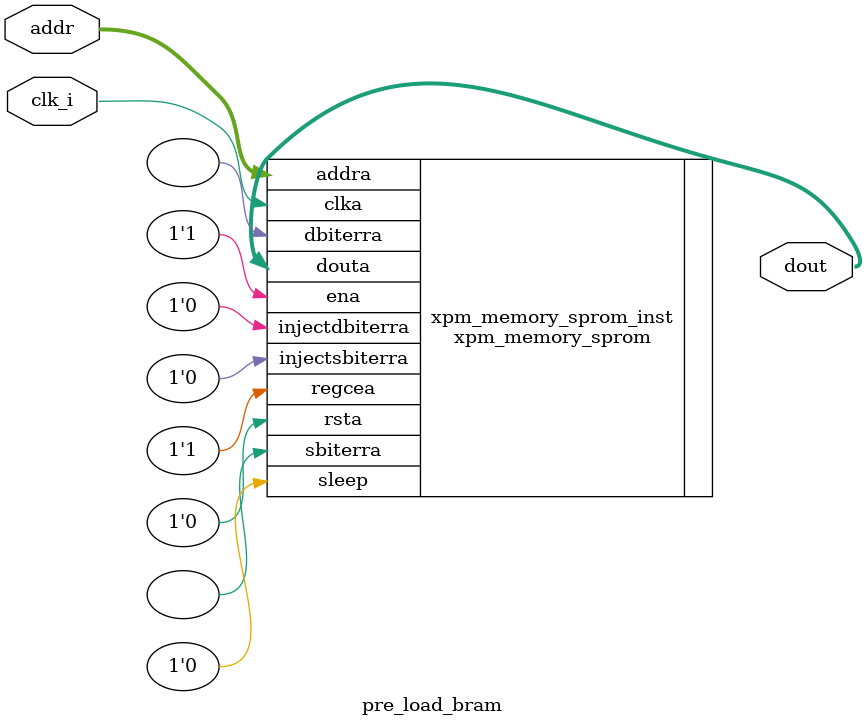
<source format=sv>

module pre_load_bram (clk_i, addr, dout);
input clk_i;
input [31:0] addr;
output [7:0] dout;

   xpm_memory_sprom #(
      .ADDR_WIDTH_A(32),              // DECIMAL
      .AUTO_SLEEP_TIME(0),           // DECIMAL
      .CASCADE_HEIGHT(0),            // DECIMAL
      .ECC_MODE("no_ecc"),           // String
      .MEMORY_INIT_FILE("app.mem"),     // String
      .MEMORY_INIT_PARAM("0"),       // String
      .MEMORY_OPTIMIZATION("true"),  // String
      .MEMORY_PRIMITIVE("block"),     // String
      .MEMORY_SIZE(100000),            // DECIMAL
      .MESSAGE_CONTROL(0),           // DECIMAL
      .READ_DATA_WIDTH_A(8),        // DECIMAL
      .READ_LATENCY_A(1),            // DECIMAL
      .READ_RESET_VALUE_A("0"),      // String
      .RST_MODE_A("SYNC"),           // String
      .SIM_ASSERT_CHK(0),            // DECIMAL; 0=disable simulation messages, 1=enable simulation messages
      .USE_MEM_INIT(1),              // DECIMAL
      .USE_MEM_INIT_MMI(0),          // DECIMAL
      .WAKEUP_TIME("disable_sleep")  // String
   )
   xpm_memory_sprom_inst (
      .dbiterra(),             // 1-bit output: Leave open.
      .douta(dout),                   // READ_DATA_WIDTH_A-bit output: Data output for port A read operations.
      .sbiterra(),             // 1-bit output: Leave open.
      .addra(addr),                   // ADDR_WIDTH_A-bit input: Address for port A read operations.
      .clka(clk_i),                     // 1-bit input: Clock signal for port A.
      .ena(1'b1),                       // 1-bit input: Memory enable signal for port A. Must be high on clock
                                       // cycles when read operations are initiated. Pipelined internally.

      .injectdbiterra(1'b0), // 1-bit input: Do not change from the provided value.
      .injectsbiterra(1'b0), // 1-bit input: Do not change from the provided value.
      .regcea(1'b1),                 // 1-bit input: Do not change from the provided value.
      .rsta(1'b0),                     // 1-bit input: Reset signal for the final port A output register stage.
                                       // Synchronously resets output port douta to the value specified by
                                       // parameter READ_RESET_VALUE_A.

      .sleep(1'b0)                    // 1-bit input: sleep signal to enable the dynamic power saving feature.
   );

endmodule

</source>
